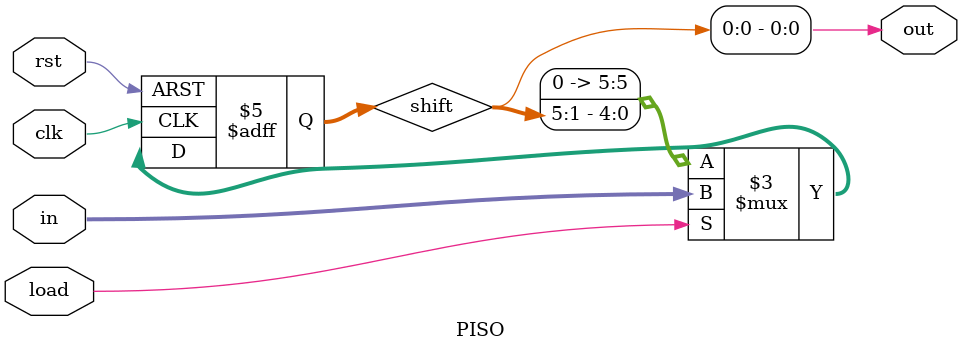
<source format=v>
module PISO(input [5:0]in, input load, clk,rst, output out);
    parameter n=6;
    reg [n-1:0]shift;
    always @(posedge clk or posedge rst) begin 
        if (rst) shift<=0;
        else if (load) shift <= in;
        else shift<={1'b0,shift[n-1:1]};
     end
     assign out=shift[0];
endmodule
// Corrected PISO Shift Register
//module PISO (
//    input [3:0] in,      // Parallel data input
//    input       load,    // Control signal: 1 to load, 0 to shift
//    input       clk,
//    input       rst,
//    output      out
//);

//    parameter n = 4;
//    reg [n-1:0] shift_reg;

//    always @(posedge clk or posedge rst) begin
//        if (rst) begin
//            shift_reg <= 4'b0; // Asynchronous reset
//        end
//        else if (load) begin
//            shift_reg <= in;     // Parallel Load
//        end
//        else begin
//            // Right shift: MSB is filled with 0, LSB is shifted out.
//            shift_reg <= {1'b0, shift_reg[n-1:1]};
//        end
//    end

//    // The serial output is the LSB of the register.
//    assign out = shift_reg[0];

//endmodule

</source>
